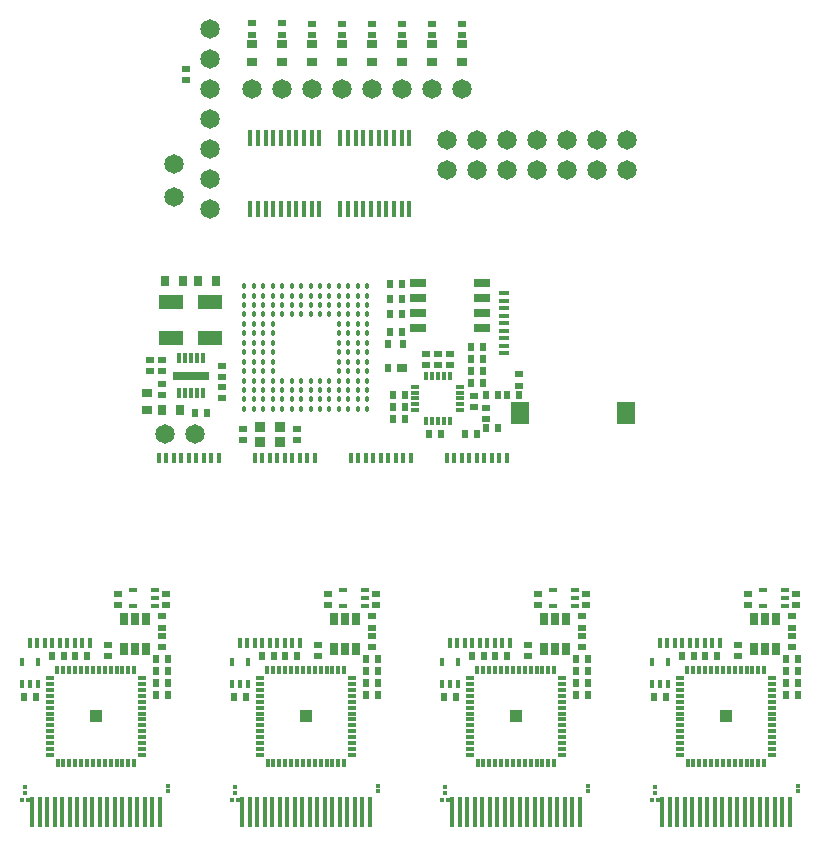
<source format=gts>
G04 (created by PCBNEW-RS274X (2010-03-14)-final) date Thu 20 Jan 2011 12:09:16 PM EST*
G01*
G70*
G90*
%MOIN*%
G04 Gerber Fmt 3.4, Leading zero omitted, Abs format*
%FSLAX34Y34*%
G04 APERTURE LIST*
%ADD10C,0.001000*%
%ADD11R,0.012600X0.017700*%
%ADD12R,0.017700X0.012600*%
%ADD13R,0.021700X0.025600*%
%ADD14R,0.025600X0.021700*%
%ADD15R,0.025600X0.037400*%
%ADD16R,0.037400X0.025600*%
%ADD17R,0.084700X0.051200*%
%ADD18C,0.065000*%
%ADD19R,0.037400X0.033500*%
%ADD20R,0.061100X0.072900*%
%ADD21C,0.018000*%
%ADD22R,0.015000X0.102000*%
%ADD23R,0.015000X0.034000*%
%ADD24R,0.034000X0.015000*%
%ADD25R,0.012200X0.033500*%
%ADD26R,0.120100X0.031500*%
%ADD27R,0.025600X0.011800*%
%ADD28R,0.011800X0.025600*%
%ADD29R,0.027600X0.011800*%
%ADD30R,0.011800X0.027600*%
%ADD31R,0.041400X0.041400*%
%ADD32R,0.018500X0.025600*%
%ADD33R,0.033500X0.029600*%
%ADD34R,0.017700X0.025600*%
%ADD35R,0.025600X0.017700*%
%ADD36R,0.057100X0.029600*%
%ADD37R,0.025600X0.044000*%
%ADD38R,0.015800X0.053200*%
G04 APERTURE END LIST*
G54D10*
G54D11*
X17552Y-01500D03*
X17748Y-01500D03*
G54D12*
X17650Y-01248D03*
X17650Y-01052D03*
X22400Y-01002D03*
X22400Y-01198D03*
G54D11*
X31552Y-01500D03*
X31748Y-01500D03*
G54D12*
X31650Y-01248D03*
X31650Y-01052D03*
X36400Y-01002D03*
X36400Y-01198D03*
G54D11*
X38552Y-01500D03*
X38748Y-01500D03*
G54D12*
X38650Y-01248D03*
X38650Y-01052D03*
X43400Y-01002D03*
X43400Y-01198D03*
G54D11*
X24552Y-01500D03*
X24748Y-01500D03*
G54D12*
X24650Y-01248D03*
X24650Y-01052D03*
X29400Y-01002D03*
X29400Y-01198D03*
G54D13*
X18553Y03300D03*
X18947Y03300D03*
G54D14*
X22350Y05397D03*
X22350Y05003D03*
G54D13*
X17997Y01950D03*
X17603Y01950D03*
G54D14*
X22200Y04647D03*
X22200Y04253D03*
X22200Y03603D03*
X22200Y03997D03*
X20750Y05003D03*
X20750Y05397D03*
X20400Y03303D03*
X20400Y03697D03*
G54D13*
X19303Y03300D03*
X19697Y03300D03*
X22003Y02000D03*
X22397Y02000D03*
X22003Y02800D03*
X22397Y02800D03*
X22003Y03200D03*
X22397Y03200D03*
X22003Y02400D03*
X22397Y02400D03*
X32553Y03300D03*
X32947Y03300D03*
G54D14*
X36350Y05397D03*
X36350Y05003D03*
G54D13*
X31997Y01950D03*
X31603Y01950D03*
G54D14*
X36200Y04647D03*
X36200Y04253D03*
X36200Y03603D03*
X36200Y03997D03*
X34750Y05003D03*
X34750Y05397D03*
X34400Y03303D03*
X34400Y03697D03*
G54D13*
X33303Y03300D03*
X33697Y03300D03*
X36003Y02000D03*
X36397Y02000D03*
X36003Y02800D03*
X36397Y02800D03*
X36003Y03200D03*
X36397Y03200D03*
X36003Y02400D03*
X36397Y02400D03*
X39553Y03300D03*
X39947Y03300D03*
G54D14*
X43350Y05397D03*
X43350Y05003D03*
G54D13*
X38997Y01950D03*
X38603Y01950D03*
G54D14*
X43200Y04647D03*
X43200Y04253D03*
X43200Y03603D03*
X43200Y03997D03*
X41750Y05003D03*
X41750Y05397D03*
X41400Y03303D03*
X41400Y03697D03*
G54D13*
X40303Y03300D03*
X40697Y03300D03*
X43003Y02000D03*
X43397Y02000D03*
X43003Y02800D03*
X43397Y02800D03*
X43003Y03200D03*
X43397Y03200D03*
X43003Y02400D03*
X43397Y02400D03*
X25553Y03300D03*
X25947Y03300D03*
G54D14*
X29350Y05397D03*
X29350Y05003D03*
G54D13*
X24997Y01950D03*
X24603Y01950D03*
G54D14*
X29200Y04647D03*
X29200Y04253D03*
X29200Y03603D03*
X29200Y03997D03*
X27750Y05003D03*
X27750Y05397D03*
X27400Y03303D03*
X27400Y03697D03*
G54D13*
X26303Y03300D03*
X26697Y03300D03*
X29003Y02000D03*
X29397Y02000D03*
X29003Y02800D03*
X29397Y02800D03*
X29003Y03200D03*
X29397Y03200D03*
X29003Y02400D03*
X29397Y02400D03*
G54D14*
X24900Y10897D03*
X24900Y10503D03*
X26700Y10503D03*
X26700Y10897D03*
G54D13*
X30197Y14100D03*
X29803Y14100D03*
G54D14*
X24200Y12603D03*
X24200Y12997D03*
X24200Y11903D03*
X24200Y12297D03*
X22200Y13197D03*
X22200Y12803D03*
X22200Y12397D03*
X22200Y12003D03*
X21800Y12803D03*
X21800Y13197D03*
G54D13*
X23303Y11400D03*
X23697Y11400D03*
G54D14*
X31000Y13003D03*
X31000Y13397D03*
X31800Y13003D03*
X31800Y13397D03*
G54D13*
X33397Y12000D03*
X33003Y12000D03*
G54D14*
X32600Y11997D03*
X32600Y11603D03*
X33000Y11203D03*
X33000Y11597D03*
G54D13*
X33397Y10900D03*
X33003Y10900D03*
X32303Y10700D03*
X32697Y10700D03*
X33703Y12000D03*
X34097Y12000D03*
G54D14*
X34088Y12326D03*
X34088Y12720D03*
G54D13*
X32897Y13600D03*
X32503Y13600D03*
X32897Y13200D03*
X32503Y13200D03*
X32897Y12800D03*
X32503Y12800D03*
X32897Y12400D03*
X32503Y12400D03*
X29903Y11200D03*
X30297Y11200D03*
G54D14*
X31400Y13397D03*
X31400Y13003D03*
G54D13*
X31497Y10700D03*
X31103Y10700D03*
X30197Y15200D03*
X29803Y15200D03*
X30197Y15700D03*
X29803Y15700D03*
X30197Y14700D03*
X29803Y14700D03*
X30297Y11600D03*
X29903Y11600D03*
X30297Y12000D03*
X29903Y12000D03*
G54D14*
X23000Y22503D03*
X23000Y22897D03*
X25190Y24407D03*
X25190Y24013D03*
X26190Y24407D03*
X26190Y24013D03*
X27200Y24397D03*
X27200Y24003D03*
X28200Y24397D03*
X28200Y24003D03*
X32200Y24397D03*
X32200Y24003D03*
X31200Y24397D03*
X31200Y24003D03*
X30200Y24397D03*
X30200Y24003D03*
X29200Y24397D03*
X29200Y24003D03*
G54D15*
X22895Y15800D03*
X22305Y15800D03*
X23405Y15800D03*
X23995Y15800D03*
X22205Y11500D03*
X22795Y11500D03*
G54D16*
X21700Y12095D03*
X21700Y11505D03*
X25190Y23115D03*
X25190Y23705D03*
X26190Y23115D03*
X26190Y23705D03*
X27190Y23115D03*
X27190Y23705D03*
X28190Y23115D03*
X28190Y23705D03*
X32190Y23115D03*
X32190Y23705D03*
X31190Y23115D03*
X31190Y23705D03*
X30190Y23115D03*
X30190Y23705D03*
X29190Y23115D03*
X29190Y23705D03*
G54D17*
X22500Y13900D03*
X22500Y15100D03*
X23800Y13900D03*
X23800Y15100D03*
G54D18*
X22300Y10700D03*
X23300Y10700D03*
X23800Y24200D03*
X23800Y23200D03*
X23800Y22200D03*
X23800Y21200D03*
X23800Y20200D03*
X23800Y19200D03*
X23800Y18200D03*
X37700Y20500D03*
X37700Y19500D03*
X36700Y20500D03*
X36700Y19500D03*
X35700Y20500D03*
X35700Y19500D03*
X34700Y20500D03*
X34700Y19500D03*
X33700Y20500D03*
X33700Y19500D03*
X32700Y20500D03*
X32700Y19500D03*
X31700Y20500D03*
X31700Y19500D03*
G54D19*
X25475Y10454D03*
X26125Y10454D03*
X26125Y10946D03*
X25475Y10946D03*
G54D20*
X34129Y11400D03*
X37672Y11400D03*
G54D21*
X29047Y11553D03*
X28732Y11553D03*
X28417Y11553D03*
X28102Y11553D03*
X27787Y11553D03*
X27472Y11553D03*
X27157Y11553D03*
X26842Y11553D03*
X26527Y11553D03*
X26212Y11553D03*
X25897Y11553D03*
X25582Y11553D03*
X25267Y11553D03*
X24953Y11553D03*
X29047Y11868D03*
X28732Y11868D03*
X28417Y11868D03*
X28102Y11868D03*
X27787Y11868D03*
X27472Y11868D03*
X27157Y11868D03*
X26842Y11868D03*
X26527Y11868D03*
X26212Y11868D03*
X25897Y11868D03*
X25582Y11868D03*
X25267Y11868D03*
X24953Y11868D03*
X29047Y12183D03*
X28732Y12183D03*
X28417Y12183D03*
X28102Y12183D03*
X27787Y12183D03*
X27472Y12183D03*
X27157Y12183D03*
X26842Y12183D03*
X26527Y12183D03*
X26212Y12183D03*
X25897Y12183D03*
X25582Y12183D03*
X25267Y12183D03*
X24953Y12183D03*
X29047Y12498D03*
X28732Y12498D03*
X28417Y12498D03*
X28102Y12498D03*
X27787Y12498D03*
X27472Y12498D03*
X27157Y12498D03*
X26842Y12498D03*
X26527Y12498D03*
X26212Y12498D03*
X25897Y12498D03*
X25582Y12498D03*
X25267Y12498D03*
X24953Y12498D03*
X29047Y12813D03*
X28732Y12813D03*
X28417Y12813D03*
X28102Y12813D03*
X25897Y12813D03*
X25582Y12813D03*
X25267Y12813D03*
X24953Y12813D03*
X29047Y13128D03*
X28732Y13128D03*
X28417Y13128D03*
X28102Y13128D03*
X25897Y13128D03*
X25582Y13128D03*
X25267Y13128D03*
X24953Y13128D03*
X29047Y13443D03*
X28732Y13443D03*
X28417Y13443D03*
X28102Y13443D03*
X25897Y13443D03*
X25582Y13443D03*
X25267Y13443D03*
X24953Y13443D03*
X29047Y13758D03*
X28732Y13758D03*
X28417Y13758D03*
X28102Y13758D03*
X25897Y13758D03*
X25582Y13758D03*
X25267Y13758D03*
X24953Y13758D03*
X29047Y14073D03*
X28732Y14073D03*
X28417Y14073D03*
X28102Y14073D03*
X25897Y14073D03*
X25582Y14073D03*
X25267Y14073D03*
X24953Y14073D03*
X29047Y14388D03*
X28732Y14388D03*
X28417Y14388D03*
X28102Y14388D03*
X25897Y14388D03*
X25582Y14388D03*
X25267Y14388D03*
X24953Y14388D03*
X29047Y14703D03*
X28732Y14703D03*
X28417Y14703D03*
X28102Y14703D03*
X27787Y14703D03*
X27472Y14703D03*
X27157Y14703D03*
X26842Y14703D03*
X26527Y14703D03*
X26212Y14703D03*
X25897Y14703D03*
X25582Y14703D03*
X25267Y14703D03*
X24953Y14703D03*
X29047Y15018D03*
X28732Y15018D03*
X28417Y15018D03*
X28102Y15018D03*
X27787Y15018D03*
X27472Y15018D03*
X27157Y15018D03*
X26842Y15018D03*
X26527Y15018D03*
X26212Y15018D03*
X25897Y15018D03*
X25582Y15018D03*
X25267Y15018D03*
X24953Y15018D03*
X29047Y15333D03*
X28732Y15333D03*
X28417Y15333D03*
X28102Y15333D03*
X27787Y15333D03*
X27472Y15333D03*
X27157Y15333D03*
X26842Y15333D03*
X26527Y15333D03*
X26212Y15333D03*
X25897Y15333D03*
X25582Y15333D03*
X25267Y15333D03*
X24953Y15333D03*
X29047Y15647D03*
X28732Y15647D03*
X28417Y15647D03*
X28102Y15647D03*
X27787Y15647D03*
X27472Y15647D03*
X27157Y15647D03*
X26842Y15647D03*
X26527Y15647D03*
X26212Y15647D03*
X25897Y15647D03*
X25582Y15647D03*
X25267Y15647D03*
X24953Y15647D03*
G54D22*
X17875Y-01900D03*
X18125Y-01900D03*
X18375Y-01900D03*
X18625Y-01900D03*
X18875Y-01900D03*
X19125Y-01900D03*
X19375Y-01900D03*
X19625Y-01900D03*
X19875Y-01900D03*
X20125Y-01900D03*
X20375Y-01900D03*
X20625Y-01900D03*
X20875Y-01900D03*
X21125Y-01900D03*
X21375Y-01900D03*
X21625Y-01900D03*
X21875Y-01900D03*
X22125Y-01900D03*
X31875Y-01900D03*
X32125Y-01900D03*
X32375Y-01900D03*
X32625Y-01900D03*
X32875Y-01900D03*
X33125Y-01900D03*
X33375Y-01900D03*
X33625Y-01900D03*
X33875Y-01900D03*
X34125Y-01900D03*
X34375Y-01900D03*
X34625Y-01900D03*
X34875Y-01900D03*
X35125Y-01900D03*
X35375Y-01900D03*
X35625Y-01900D03*
X35875Y-01900D03*
X36125Y-01900D03*
X38875Y-01900D03*
X39125Y-01900D03*
X39375Y-01900D03*
X39625Y-01900D03*
X39875Y-01900D03*
X40125Y-01900D03*
X40375Y-01900D03*
X40625Y-01900D03*
X40875Y-01900D03*
X41125Y-01900D03*
X41375Y-01900D03*
X41625Y-01900D03*
X41875Y-01900D03*
X42125Y-01900D03*
X42375Y-01900D03*
X42625Y-01900D03*
X42875Y-01900D03*
X43125Y-01900D03*
X24875Y-01900D03*
X25125Y-01900D03*
X25375Y-01900D03*
X25625Y-01900D03*
X25875Y-01900D03*
X26125Y-01900D03*
X26375Y-01900D03*
X26625Y-01900D03*
X26875Y-01900D03*
X27125Y-01900D03*
X27375Y-01900D03*
X27625Y-01900D03*
X27875Y-01900D03*
X28125Y-01900D03*
X28375Y-01900D03*
X28625Y-01900D03*
X28875Y-01900D03*
X29125Y-01900D03*
G54D23*
X19800Y03750D03*
X19550Y03750D03*
X19300Y03750D03*
X19050Y03750D03*
X18800Y03750D03*
X18550Y03750D03*
X18300Y03750D03*
X18050Y03750D03*
X17800Y03750D03*
X22100Y09900D03*
X22350Y09900D03*
X22600Y09900D03*
X22850Y09900D03*
X23100Y09900D03*
X23350Y09900D03*
X23600Y09900D03*
X23850Y09900D03*
X24100Y09900D03*
X33800Y03750D03*
X33550Y03750D03*
X33300Y03750D03*
X33050Y03750D03*
X32800Y03750D03*
X32550Y03750D03*
X32300Y03750D03*
X32050Y03750D03*
X31800Y03750D03*
X28500Y09900D03*
X28750Y09900D03*
X29000Y09900D03*
X29250Y09900D03*
X29500Y09900D03*
X29750Y09900D03*
X30000Y09900D03*
X30250Y09900D03*
X30500Y09900D03*
X40800Y03750D03*
X40550Y03750D03*
X40300Y03750D03*
X40050Y03750D03*
X39800Y03750D03*
X39550Y03750D03*
X39300Y03750D03*
X39050Y03750D03*
X38800Y03750D03*
X31700Y09900D03*
X31950Y09900D03*
X32200Y09900D03*
X32450Y09900D03*
X32700Y09900D03*
X32950Y09900D03*
X33200Y09900D03*
X33450Y09900D03*
X33700Y09900D03*
X26800Y03750D03*
X26550Y03750D03*
X26300Y03750D03*
X26050Y03750D03*
X25800Y03750D03*
X25550Y03750D03*
X25300Y03750D03*
X25050Y03750D03*
X24800Y03750D03*
X25300Y09900D03*
X25550Y09900D03*
X25800Y09900D03*
X26050Y09900D03*
X26300Y09900D03*
X26550Y09900D03*
X26800Y09900D03*
X27050Y09900D03*
X27300Y09900D03*
G54D24*
X33600Y13400D03*
X33600Y13650D03*
X33600Y13900D03*
X33600Y14150D03*
X33600Y14400D03*
X33600Y14650D03*
X33600Y14900D03*
X33600Y15150D03*
X33600Y15400D03*
G54D25*
X22776Y12075D03*
X22973Y12075D03*
X23170Y12075D03*
X23367Y12075D03*
X23564Y12075D03*
X23564Y13257D03*
X23367Y13257D03*
X23170Y13257D03*
X22973Y13257D03*
X22776Y13257D03*
G54D26*
X23170Y12666D03*
G54D27*
X30652Y11900D03*
X30652Y12097D03*
X30652Y12294D03*
X30652Y11703D03*
X30652Y11506D03*
X32148Y12294D03*
X32148Y12097D03*
X32148Y11900D03*
X32148Y11703D03*
X32148Y11506D03*
G54D28*
X31400Y12648D03*
X31597Y12648D03*
X31794Y12648D03*
X31203Y12648D03*
X31006Y12648D03*
X31400Y11152D03*
X31597Y11152D03*
X31794Y11152D03*
X31203Y11152D03*
X31006Y11152D03*
G54D29*
X21545Y00020D03*
X21545Y00217D03*
X21545Y00414D03*
X21545Y00611D03*
X21545Y00808D03*
X21545Y01005D03*
X21545Y01202D03*
X21545Y01398D03*
X21545Y01595D03*
X21545Y01792D03*
X21545Y01989D03*
X21545Y02186D03*
X21545Y02383D03*
X21545Y02580D03*
X18455Y02580D03*
X18455Y02383D03*
X18455Y02186D03*
X18455Y01989D03*
X18455Y01792D03*
X18455Y01595D03*
X18455Y01398D03*
X18455Y01202D03*
X18455Y01005D03*
X18455Y00808D03*
X18455Y00611D03*
X18455Y00414D03*
X18455Y00217D03*
X18455Y00020D03*
G54D30*
X18918Y-00245D03*
X19115Y-00245D03*
X19312Y-00245D03*
X19509Y-00245D03*
X19706Y-00245D03*
X19903Y-00245D03*
X20100Y-00245D03*
X20296Y-00245D03*
X20493Y-00245D03*
X20690Y-00245D03*
X20887Y-00245D03*
X21084Y-00245D03*
X21281Y-00245D03*
X21279Y02845D03*
X21082Y02845D03*
X20885Y02845D03*
X20689Y02845D03*
X20492Y02845D03*
X20295Y02845D03*
X20098Y02845D03*
X19901Y02845D03*
X19704Y02845D03*
X19507Y02845D03*
X19311Y02845D03*
X19114Y02845D03*
X18917Y02845D03*
X18720Y02845D03*
X18721Y-00245D03*
G54D31*
X20000Y01300D03*
G54D29*
X35545Y00020D03*
X35545Y00217D03*
X35545Y00414D03*
X35545Y00611D03*
X35545Y00808D03*
X35545Y01005D03*
X35545Y01202D03*
X35545Y01398D03*
X35545Y01595D03*
X35545Y01792D03*
X35545Y01989D03*
X35545Y02186D03*
X35545Y02383D03*
X35545Y02580D03*
X32455Y02580D03*
X32455Y02383D03*
X32455Y02186D03*
X32455Y01989D03*
X32455Y01792D03*
X32455Y01595D03*
X32455Y01398D03*
X32455Y01202D03*
X32455Y01005D03*
X32455Y00808D03*
X32455Y00611D03*
X32455Y00414D03*
X32455Y00217D03*
X32455Y00020D03*
G54D30*
X32918Y-00245D03*
X33115Y-00245D03*
X33312Y-00245D03*
X33509Y-00245D03*
X33706Y-00245D03*
X33903Y-00245D03*
X34100Y-00245D03*
X34296Y-00245D03*
X34493Y-00245D03*
X34690Y-00245D03*
X34887Y-00245D03*
X35084Y-00245D03*
X35281Y-00245D03*
X35279Y02845D03*
X35082Y02845D03*
X34885Y02845D03*
X34689Y02845D03*
X34492Y02845D03*
X34295Y02845D03*
X34098Y02845D03*
X33901Y02845D03*
X33704Y02845D03*
X33507Y02845D03*
X33311Y02845D03*
X33114Y02845D03*
X32917Y02845D03*
X32720Y02845D03*
X32721Y-00245D03*
G54D31*
X34000Y01300D03*
G54D29*
X42545Y00020D03*
X42545Y00217D03*
X42545Y00414D03*
X42545Y00611D03*
X42545Y00808D03*
X42545Y01005D03*
X42545Y01202D03*
X42545Y01398D03*
X42545Y01595D03*
X42545Y01792D03*
X42545Y01989D03*
X42545Y02186D03*
X42545Y02383D03*
X42545Y02580D03*
X39455Y02580D03*
X39455Y02383D03*
X39455Y02186D03*
X39455Y01989D03*
X39455Y01792D03*
X39455Y01595D03*
X39455Y01398D03*
X39455Y01202D03*
X39455Y01005D03*
X39455Y00808D03*
X39455Y00611D03*
X39455Y00414D03*
X39455Y00217D03*
X39455Y00020D03*
G54D30*
X39918Y-00245D03*
X40115Y-00245D03*
X40312Y-00245D03*
X40509Y-00245D03*
X40706Y-00245D03*
X40903Y-00245D03*
X41100Y-00245D03*
X41296Y-00245D03*
X41493Y-00245D03*
X41690Y-00245D03*
X41887Y-00245D03*
X42084Y-00245D03*
X42281Y-00245D03*
X42279Y02845D03*
X42082Y02845D03*
X41885Y02845D03*
X41689Y02845D03*
X41492Y02845D03*
X41295Y02845D03*
X41098Y02845D03*
X40901Y02845D03*
X40704Y02845D03*
X40507Y02845D03*
X40311Y02845D03*
X40114Y02845D03*
X39917Y02845D03*
X39720Y02845D03*
X39721Y-00245D03*
G54D31*
X41000Y01300D03*
G54D29*
X28545Y00020D03*
X28545Y00217D03*
X28545Y00414D03*
X28545Y00611D03*
X28545Y00808D03*
X28545Y01005D03*
X28545Y01202D03*
X28545Y01398D03*
X28545Y01595D03*
X28545Y01792D03*
X28545Y01989D03*
X28545Y02186D03*
X28545Y02383D03*
X28545Y02580D03*
X25455Y02580D03*
X25455Y02383D03*
X25455Y02186D03*
X25455Y01989D03*
X25455Y01792D03*
X25455Y01595D03*
X25455Y01398D03*
X25455Y01202D03*
X25455Y01005D03*
X25455Y00808D03*
X25455Y00611D03*
X25455Y00414D03*
X25455Y00217D03*
X25455Y00020D03*
G54D30*
X25918Y-00245D03*
X26115Y-00245D03*
X26312Y-00245D03*
X26509Y-00245D03*
X26706Y-00245D03*
X26903Y-00245D03*
X27100Y-00245D03*
X27296Y-00245D03*
X27493Y-00245D03*
X27690Y-00245D03*
X27887Y-00245D03*
X28084Y-00245D03*
X28281Y-00245D03*
X28279Y02845D03*
X28082Y02845D03*
X27885Y02845D03*
X27689Y02845D03*
X27492Y02845D03*
X27295Y02845D03*
X27098Y02845D03*
X26901Y02845D03*
X26704Y02845D03*
X26507Y02845D03*
X26311Y02845D03*
X26114Y02845D03*
X25917Y02845D03*
X25720Y02845D03*
X25721Y-00245D03*
G54D31*
X27000Y01300D03*
G54D32*
X29736Y12916D03*
G54D33*
X30189Y12916D03*
G54D32*
X30248Y13704D03*
X29736Y13704D03*
G54D34*
X17544Y02376D03*
X17800Y02376D03*
X18056Y02376D03*
X18056Y03124D03*
X17544Y03124D03*
G54D35*
X21974Y04994D03*
X21974Y05250D03*
X21974Y05506D03*
X21226Y05506D03*
X21226Y04994D03*
G54D34*
X31544Y02376D03*
X31800Y02376D03*
X32056Y02376D03*
X32056Y03124D03*
X31544Y03124D03*
G54D35*
X35974Y04994D03*
X35974Y05250D03*
X35974Y05506D03*
X35226Y05506D03*
X35226Y04994D03*
G54D34*
X38544Y02376D03*
X38800Y02376D03*
X39056Y02376D03*
X39056Y03124D03*
X38544Y03124D03*
G54D35*
X42974Y04994D03*
X42974Y05250D03*
X42974Y05506D03*
X42226Y05506D03*
X42226Y04994D03*
G54D34*
X24544Y02376D03*
X24800Y02376D03*
X25056Y02376D03*
X25056Y03124D03*
X24544Y03124D03*
G54D35*
X28974Y04994D03*
X28974Y05250D03*
X28974Y05506D03*
X28226Y05506D03*
X28226Y04994D03*
G54D36*
X30737Y15750D03*
X30737Y15250D03*
X30737Y14750D03*
X30737Y14250D03*
X32863Y14250D03*
X32863Y14750D03*
X32863Y15250D03*
X32863Y15750D03*
G54D37*
X20926Y03538D03*
X21300Y03538D03*
X21674Y03538D03*
X21674Y04562D03*
X21300Y04562D03*
X20926Y04562D03*
X34926Y03538D03*
X35300Y03538D03*
X35674Y03538D03*
X35674Y04562D03*
X35300Y04562D03*
X34926Y04562D03*
X41926Y03538D03*
X42300Y03538D03*
X42674Y03538D03*
X42674Y04562D03*
X42300Y04562D03*
X41926Y04562D03*
X27926Y03538D03*
X28300Y03538D03*
X28674Y03538D03*
X28674Y04562D03*
X28300Y04562D03*
X27926Y04562D03*
G54D18*
X25190Y22210D03*
X26190Y22210D03*
X27190Y22210D03*
X28190Y22210D03*
X32190Y22210D03*
X31190Y22210D03*
X30190Y22210D03*
X29190Y22210D03*
G54D38*
X27452Y20569D03*
X27196Y20569D03*
X26940Y20569D03*
X26684Y20569D03*
X26428Y20569D03*
X26172Y20569D03*
X25916Y20569D03*
X25660Y20569D03*
X25404Y20569D03*
X25148Y20569D03*
X25148Y18231D03*
X25404Y18231D03*
X25660Y18231D03*
X25916Y18231D03*
X26172Y18231D03*
X26428Y18231D03*
X26684Y18231D03*
X26940Y18231D03*
X27196Y18231D03*
X27452Y18231D03*
X28148Y18231D03*
X28404Y18231D03*
X28660Y18231D03*
X28916Y18231D03*
X29172Y18231D03*
X29428Y18231D03*
X29684Y18231D03*
X29940Y18231D03*
X30196Y18231D03*
X30452Y18231D03*
X30452Y20569D03*
X30196Y20569D03*
X29940Y20569D03*
X29684Y20569D03*
X29428Y20569D03*
X29172Y20569D03*
X28916Y20569D03*
X28660Y20569D03*
X28404Y20569D03*
X28148Y20569D03*
G54D18*
X22600Y19700D03*
X22600Y18600D03*
M02*

</source>
